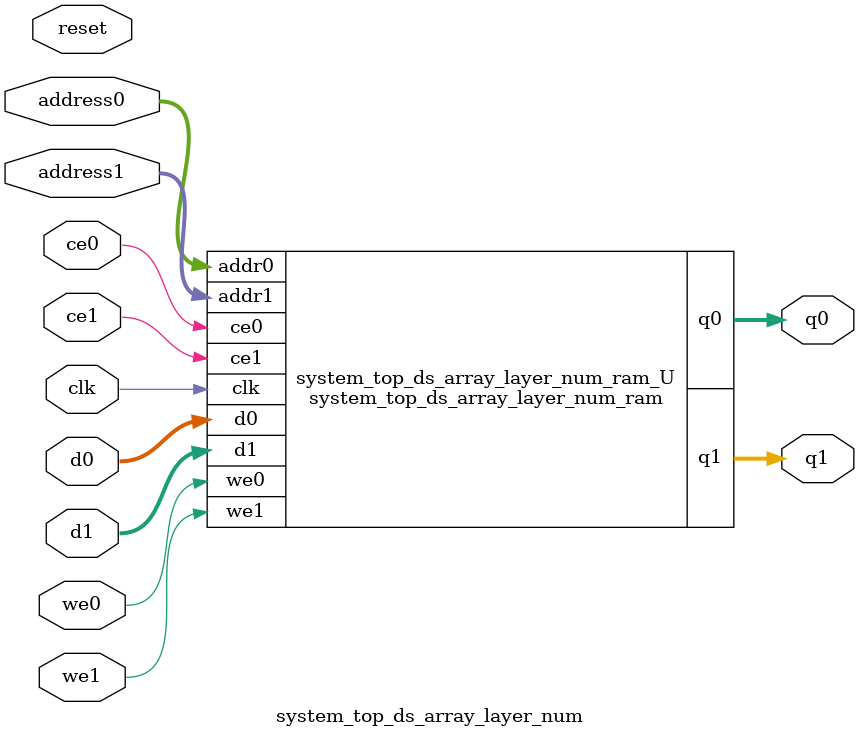
<source format=v>
`timescale 1 ns / 1 ps
module system_top_ds_array_layer_num_ram (addr0, ce0, d0, we0, q0, addr1, ce1, d1, we1, q1,  clk);

parameter DWIDTH = 32;
parameter AWIDTH = 13;
parameter MEM_SIZE = 5000;

input[AWIDTH-1:0] addr0;
input ce0;
input[DWIDTH-1:0] d0;
input we0;
output reg[DWIDTH-1:0] q0;
input[AWIDTH-1:0] addr1;
input ce1;
input[DWIDTH-1:0] d1;
input we1;
output reg[DWIDTH-1:0] q1;
input clk;

reg [DWIDTH-1:0] ram[0:MEM_SIZE-1];




always @(posedge clk)  
begin 
    if (ce0) begin
        if (we0) 
            ram[addr0] <= d0; 
        q0 <= ram[addr0];
    end
end


always @(posedge clk)  
begin 
    if (ce1) begin
        if (we1) 
            ram[addr1] <= d1; 
        q1 <= ram[addr1];
    end
end


endmodule

`timescale 1 ns / 1 ps
module system_top_ds_array_layer_num(
    reset,
    clk,
    address0,
    ce0,
    we0,
    d0,
    q0,
    address1,
    ce1,
    we1,
    d1,
    q1);

parameter DataWidth = 32'd32;
parameter AddressRange = 32'd5000;
parameter AddressWidth = 32'd13;
input reset;
input clk;
input[AddressWidth - 1:0] address0;
input ce0;
input we0;
input[DataWidth - 1:0] d0;
output[DataWidth - 1:0] q0;
input[AddressWidth - 1:0] address1;
input ce1;
input we1;
input[DataWidth - 1:0] d1;
output[DataWidth - 1:0] q1;



system_top_ds_array_layer_num_ram system_top_ds_array_layer_num_ram_U(
    .clk( clk ),
    .addr0( address0 ),
    .ce0( ce0 ),
    .we0( we0 ),
    .d0( d0 ),
    .q0( q0 ),
    .addr1( address1 ),
    .ce1( ce1 ),
    .we1( we1 ),
    .d1( d1 ),
    .q1( q1 ));

endmodule


</source>
